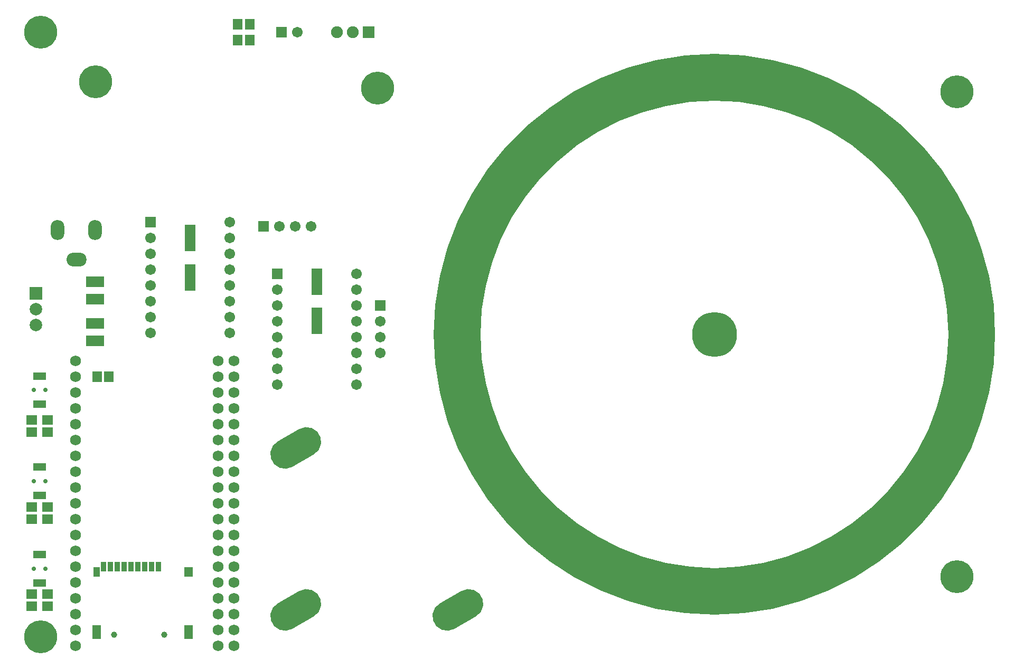
<source format=gbr>
G04 DipTrace 3.3.0.0*
G04 TopMask.gbr*
%MOIN*%
G04 #@! TF.FileFunction,Soldermask,Top*
G04 #@! TF.Part,Single*
%AMOUTLINE1*
4,1,16,
0.114883,-0.040597,
0.144785,-0.01285,
0.159858,0.025554,
0.156775,0.066694,
0.136147,0.102424,
0.102059,0.125664,
0.061263,0.131812,
0.022284,0.119789,
-0.114883,0.040597,
-0.144785,0.01285,
-0.159858,-0.025554,
-0.156775,-0.066694,
-0.136147,-0.102424,
-0.102059,-0.125664,
-0.061263,-0.131812,
-0.022284,-0.119789,
0.114883,-0.040597,
0*%
%ADD44C,0.03937*%
%ADD45C,0.027559*%
%ADD56C,0.067031*%
%ADD58R,0.067031X0.067031*%
%ADD60C,0.068031*%
%ADD62R,0.082835X0.045433*%
%ADD64C,0.078898*%
%ADD66R,0.078898X0.078898*%
%ADD68C,0.283622*%
%ADD70C,0.208031*%
%ADD72R,0.039528X0.06315*%
%ADD74R,0.055276X0.06315*%
%ADD76R,0.055276X0.086772*%
%ADD78R,0.035591X0.059213*%
%ADD80O,0.126142X0.086772*%
%ADD82O,0.086772X0.126142*%
%ADD84C,0.074961*%
%ADD86R,0.074961X0.074961*%
%ADD88C,0.067087*%
%ADD90R,0.067087X0.067087*%
%ADD92R,0.059213X0.067087*%
%ADD94R,0.071024X0.171417*%
%ADD96R,0.067087X0.059213*%
%ADD98R,0.114331X0.071024*%
%ADD108OUTLINE1*%
%FSLAX26Y26*%
G04*
G70*
G90*
G75*
G01*
G04 TopMask*
%LPD*%
D98*
X894016Y2794016D3*
Y2683780D3*
Y2419016D3*
Y2529252D3*
D96*
X594016Y744016D3*
Y818819D3*
Y1294016D3*
Y1368819D3*
D94*
X2294016Y2545984D3*
Y2794016D3*
X1494016Y2820984D3*
Y3069016D3*
D96*
X594016Y1844213D3*
Y1919016D3*
D92*
X1794213Y4419016D3*
X1869016D3*
D90*
X2069016Y4369016D3*
D88*
X2169016D3*
D90*
X2694016Y2644016D3*
D88*
Y2544016D3*
Y2444016D3*
Y2344016D3*
D90*
X1956516Y3144016D3*
D88*
X2056516D3*
X2156516D3*
X2256516D3*
D86*
X2619016Y4369016D3*
D84*
X2519016D3*
X2419016D3*
D82*
X894016Y3119016D3*
X657795D3*
D80*
X775906Y2933976D3*
D78*
X1294016Y994016D3*
X1250709D3*
X1207402D3*
X1164094D3*
X1120787D3*
X1077480D3*
X1034173D3*
X990866D3*
X947559D3*
D76*
X1482205Y578661D3*
D74*
Y960551D3*
D72*
X904252D3*
D76*
Y578661D3*
D44*
X1014882Y562913D3*
X1329843D3*
D70*
X551496Y4370394D3*
X6334606Y929803D3*
Y3992087D3*
X551496Y551496D3*
X896417Y4055433D3*
D108*
X2160669Y718819D3*
Y1742441D3*
X3184291Y718819D3*
D70*
X2677480Y4016063D3*
D68*
X4803465Y2460945D3*
D66*
X519016Y2719016D3*
D64*
Y2619016D3*
Y2519016D3*
D96*
X494016Y819016D3*
Y744213D3*
Y1369016D3*
Y1294213D3*
Y1918819D3*
Y1844016D3*
D92*
X1868819Y4319016D3*
X1794016D3*
D62*
X544016Y1069016D3*
Y889882D3*
D45*
X581417Y979449D3*
X506614D3*
D62*
X544016Y1623150D3*
Y1444016D3*
D45*
X581417Y1533583D3*
X506614D3*
D62*
X544016Y2198150D3*
Y2019016D3*
D45*
X581417Y2108583D3*
X506614D3*
D60*
X769016Y494016D3*
Y594016D3*
Y694016D3*
Y794016D3*
Y894016D3*
Y994016D3*
Y1094016D3*
Y1194016D3*
Y1294016D3*
Y1394016D3*
Y1494016D3*
Y1594016D3*
Y1694016D3*
Y1794016D3*
Y1894016D3*
Y1994016D3*
Y2094016D3*
Y2194016D3*
Y2294016D3*
X1669016Y494016D3*
Y594016D3*
Y694016D3*
Y794016D3*
Y894016D3*
Y994016D3*
Y1094016D3*
Y1194016D3*
Y1294016D3*
Y1394016D3*
Y1494016D3*
Y1594016D3*
Y1694016D3*
Y1794016D3*
Y1894016D3*
Y1994016D3*
Y2094016D3*
Y2194016D3*
Y2294016D3*
X1769016D3*
Y494016D3*
Y594016D3*
Y694016D3*
Y794016D3*
Y894016D3*
Y994016D3*
Y1094016D3*
Y1194016D3*
Y1294016D3*
Y1394016D3*
Y1494016D3*
Y1594016D3*
Y1694016D3*
Y1794016D3*
Y1894016D3*
Y1994016D3*
Y2094016D3*
Y2194016D3*
D58*
X2044016Y2844016D3*
D56*
Y2744016D3*
Y2644016D3*
Y2544016D3*
Y2444016D3*
Y2344016D3*
Y2244016D3*
Y2144016D3*
X2544016D3*
Y2244016D3*
Y2344016D3*
Y2444016D3*
Y2544016D3*
Y2644016D3*
Y2744016D3*
Y2844016D3*
D58*
X1244016Y3169016D3*
D56*
Y3069016D3*
Y2969016D3*
Y2869016D3*
Y2769016D3*
Y2669016D3*
Y2569016D3*
Y2469016D3*
X1744016D3*
Y2569016D3*
Y2669016D3*
Y2769016D3*
Y2869016D3*
Y2969016D3*
Y3069016D3*
Y3169016D3*
D92*
X906516Y2194016D3*
X981319D3*
G36*
X6575118Y2460945D2*
X6565413Y2646133D1*
X6536403Y2829293D1*
X6488407Y3008416D1*
X6421950Y3181541D1*
X6152203Y3061442D1*
D1*
X6207584Y2917171D1*
X6247580Y2767902D1*
X6271755Y2615269D1*
X6279843Y2460945D1*
X6271755Y2306621D1*
X6247580Y2153988D1*
X6207584Y2004719D1*
X6152203Y1860448D1*
X6082046Y1722756D1*
X5997879Y1593152D1*
X5900627Y1473055D1*
X5791354Y1363782D1*
X5671257Y1266530D1*
X5541654Y1182364D1*
X5403962Y1112206D1*
X5259690Y1056825D1*
X5110421Y1016829D1*
X4957789Y992655D1*
X4803465Y984567D1*
X4649140Y992655D1*
X4496508Y1016829D1*
X4347239Y1056825D1*
X4202967Y1112206D1*
X4065276Y1182364D1*
X3935672Y1266530D1*
X3815575Y1363782D1*
X3706302Y1473055D1*
X3609050Y1593152D1*
X3524883Y1722756D1*
X3454726Y1860448D1*
X3399345Y2004719D1*
X3359349Y2153988D1*
X3335175Y2306621D1*
X3327087Y2460945D1*
X3335175Y2615269D1*
X3359349Y2767902D1*
X3399345Y2917171D1*
X3454726Y3061442D1*
X3524883Y3199134D1*
X3609050Y3328738D1*
X3706302Y3448835D1*
X3815575Y3558108D1*
X3935672Y3655360D1*
X4065276Y3739526D1*
X4202967Y3809684D1*
X4347239Y3865064D1*
X4496508Y3905060D1*
X4649140Y3929235D1*
X4803465Y3937323D1*
X4957789Y3929235D1*
X5110421Y3905060D1*
X5259690Y3865064D1*
X5403962Y3809684D1*
X5541654Y3739526D1*
X5671257Y3655360D1*
X5791354Y3558108D1*
X5900627Y3448835D1*
X5997879Y3328738D1*
X6082046Y3199134D1*
X6152203Y3061442D1*
X6421950Y3181541D1*
X6337761Y3346772D1*
X6236762Y3502297D1*
X6120060Y3646412D1*
X5988932Y3777541D1*
X5844816Y3894243D1*
X5689291Y3995241D1*
X5524060Y4079430D1*
X5350936Y4145887D1*
X5171812Y4193883D1*
X4988652Y4222894D1*
X4803465Y4232598D1*
X4618277Y4222894D1*
X4435117Y4193883D1*
X4255993Y4145887D1*
X4082869Y4079430D1*
X3917638Y3995241D1*
X3762113Y3894243D1*
X3617997Y3777541D1*
X3486869Y3646412D1*
X3370167Y3502297D1*
X3269168Y3346772D1*
X3184979Y3181541D1*
X3118522Y3008416D1*
X3070526Y2829293D1*
X3041516Y2646133D1*
X3031811Y2460945D1*
X3041516Y2275757D1*
X3070526Y2092597D1*
X3118522Y1913474D1*
X3184979Y1740349D1*
X3269168Y1575118D1*
X3370167Y1419593D1*
X3486869Y1275478D1*
X3617997Y1144349D1*
X3762113Y1027647D1*
X3917638Y926648D1*
X4082869Y842459D1*
X4255993Y776003D1*
X4435117Y728007D1*
X4618277Y698996D1*
X4803465Y689291D1*
X4988652Y698996D1*
X5171812Y728007D1*
X5350936Y776003D1*
X5524060Y842459D1*
X5689291Y926648D1*
X5844816Y1027647D1*
X5988932Y1144349D1*
X6120060Y1275478D1*
X6236762Y1419593D1*
X6337761Y1575118D1*
X6421950Y1740349D1*
X6488407Y1913474D1*
X6536403Y2092597D1*
X6565413Y2275757D1*
X6575118Y2460945D1*
G37*
M02*

</source>
